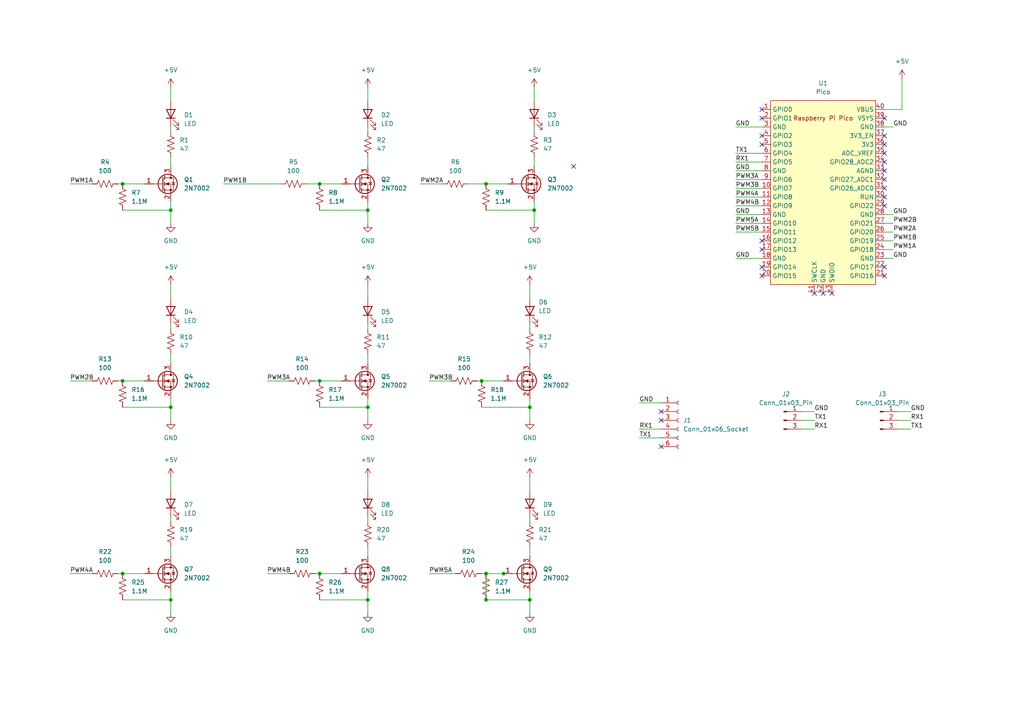
<source format=kicad_sch>
(kicad_sch (version 20230121) (generator eeschema)
  (paper "A4")
  (lib_symbols
    (symbol "Connector:Conn_01x03_Pin" (pin_names (offset 1.016) hide)
      (property "Reference" "J" (at 0 5.08 0))
      (property "Value" "Conn_01x03_Pin" (at 0 -5.08 0))
      (symbol "Conn_01x03_Pin_1_1"
        (polyline (pts (xy 1.27 -2.54) (xy 0.8636 -2.54)) (stroke (width 0.1524)))
        (polyline (pts (xy 1.27 0) (xy 0.8636 0)) (stroke (width 0.1524)))
        (polyline (pts (xy 1.27 2.54) (xy 0.8636 2.54)) (stroke (width 0.1524)))
        (rectangle (start 0.8636 -2.413) (end 0 -2.667) (stroke (width 0.1524)) (fill (type outline)))
        (rectangle (start 0.8636 0.127) (end 0 -0.127) (stroke (width 0.1524)) (fill (type outline)))
        (rectangle (start 0.8636 2.667) (end 0 2.413) (stroke (width 0.1524)) (fill (type outline)))
        (pin passive line (at 5.08 2.54 180) (length 3.81) (name "Pin_1") (number "1"))
        (pin passive line (at 5.08 0 180) (length 3.81) (name "Pin_2") (number "2"))
        (pin passive line (at 5.08 -2.54 180) (length 3.81) (name "Pin_3") (number "3"))
      )
    )
    (symbol "Connector:Conn_01x06_Socket" (pin_names (offset 1.016) hide)
      (property "Reference" "J" (at 0 7.62 0))
      (property "Value" "Conn_01x06_Socket" (at 0 -10.16 0))
      (symbol "Conn_01x06_Socket_1_1"
        (arc (start 0 -7.112) (mid -0.5058 -7.62) (end 0 -8.128) (stroke (width 0.1524)))
        (arc (start 0 -4.572) (mid -0.5058 -5.08) (end 0 -5.588) (stroke (width 0.1524)))
        (arc (start 0 -2.032) (mid -0.5058 -2.54) (end 0 -3.048) (stroke (width 0.1524)))
        (polyline (pts (xy -1.27 -7.62) (xy -0.508 -7.62)) (stroke (width 0.1524)))
        (polyline (pts (xy -1.27 -5.08) (xy -0.508 -5.08)) (stroke (width 0.1524)))
        (polyline (pts (xy -1.27 -2.54) (xy -0.508 -2.54)) (stroke (width 0.1524)))
        (polyline (pts (xy -1.27 0) (xy -0.508 0)) (stroke (width 0.1524)))
        (polyline (pts (xy -1.27 2.54) (xy -0.508 2.54)) (stroke (width 0.1524)))
        (polyline (pts (xy -1.27 5.08) (xy -0.508 5.08)) (stroke (width 0.1524)))
        (arc (start 0 0.508) (mid -0.5058 0) (end 0 -0.508) (stroke (width 0.1524)))
        (arc (start 0 3.048) (mid -0.5058 2.54) (end 0 2.032) (stroke (width 0.1524)))
        (arc (start 0 5.588) (mid -0.5058 5.08) (end 0 4.572) (stroke (width 0.1524)))
        (pin passive line (at -5.08 5.08 0) (length 3.81) (name "Pin_1") (number "1"))
        (pin passive line (at -5.08 2.54 0) (length 3.81) (name "Pin_2") (number "2"))
        (pin passive line (at -5.08 0 0) (length 3.81) (name "Pin_3") (number "3"))
        (pin passive line (at -5.08 -2.54 0) (length 3.81) (name "Pin_4") (number "4"))
        (pin passive line (at -5.08 -5.08 0) (length 3.81) (name "Pin_5") (number "5"))
        (pin passive line (at -5.08 -7.62 0) (length 3.81) (name "Pin_6") (number "6"))
      )
    )
    (symbol "Device:LED" (pin_numbers hide) (pin_names (offset 1.016) hide)
      (property "Reference" "D" (at 0 2.54 0))
      (property "Value" "LED" (at 0 -2.54 0))
      (symbol "LED_0_1"
        (polyline (pts (xy -1.27 -1.27) (xy -1.27 1.27)) (stroke (width 0.254)))
        (polyline (pts (xy -1.27 0) (xy 1.27 0)))
        (polyline (pts (xy 1.27 -1.27) (xy 1.27 1.27) (xy -1.27 0) (xy 1.27 -1.27)) (stroke (width 0.254)))
        (polyline (pts (xy -3.048 -0.762) (xy -4.572 -2.286) (xy -3.81 -2.286) (xy -4.572 -2.286) (xy -4.572 -1.524)))
        (polyline (pts (xy -1.778 -0.762) (xy -3.302 -2.286) (xy -2.54 -2.286) (xy -3.302 -2.286) (xy -3.302 -1.524)))
      )
      (symbol "LED_1_1"
        (pin passive line (at -3.81 0 0) (length 2.54) (name "K") (number "1"))
        (pin passive line (at 3.81 0 180) (length 2.54) (name "A") (number "2"))
      )
    )
    (symbol "Device:R_US" (pin_numbers hide) (pin_names (offset 0))
      (property "Reference" "R" (at 2.54 0 90))
      (property "Value" "R_US" (at -2.54 0 90))
      (symbol "R_US_0_1"
        (polyline (pts (xy 0 -2.286) (xy 0 -2.54)))
        (polyline (pts (xy 0 2.286) (xy 0 2.54)))
        (polyline (pts (xy 0 -0.762) (xy 1.016 -1.143) (xy 0 -1.524) (xy -1.016 -1.905) (xy 0 -2.286)))
        (polyline (pts (xy 0 0.762) (xy 1.016 0.381) (xy 0 0) (xy -1.016 -0.381) (xy 0 -0.762)))
        (polyline (pts (xy 0 2.286) (xy 1.016 1.905) (xy 0 1.524) (xy -1.016 1.143) (xy 0 0.762)))
      )
      (symbol "R_US_1_1"
        (pin passive line (at 0 3.81 270) (length 1.27) (name "~") (number "1"))
        (pin passive line (at 0 -3.81 90) (length 1.27) (name "~") (number "2"))
      )
    )
    (symbol "MCU_RaspberryPi_and_Boards:Pico"
      (property "Reference" "U" (at -13.97 27.94 0))
      (property "Value" "Pico" (at 0 19.05 0))
      (symbol "Pico_0_0"
        (text "Raspberry Pi Pico" (at 0 21.59 0) (effects (font (size 1.27 1.27))))
      )
      (symbol "Pico_0_1"
        (rectangle (start -15.24 26.67) (end 15.24 -26.67) (fill (type background)))
      )
      (symbol "Pico_1_1"
        (pin bidirectional line (at -17.78 24.13 0) (length 2.54) (name "GPIO0") (number "1"))
        (pin bidirectional line (at -17.78 1.27 0) (length 2.54) (name "GPIO7") (number "10"))
        (pin bidirectional line (at -17.78 -1.27 0) (length 2.54) (name "GPIO8") (number "11"))
        (pin bidirectional line (at -17.78 -3.81 0) (length 2.54) (name "GPIO9") (number "12"))
        (pin power_in line (at -17.78 -6.35 0) (length 2.54) (name "GND") (number "13"))
        (pin bidirectional line (at -17.78 -8.89 0) (length 2.54) (name "GPIO10") (number "14"))
        (pin bidirectional line (at -17.78 -11.43 0) (length 2.54) (name "GPIO11") (number "15"))
        (pin bidirectional line (at -17.78 -13.97 0) (length 2.54) (name "GPIO12") (number "16"))
        (pin bidirectional line (at -17.78 -16.51 0) (length 2.54) (name "GPIO13") (number "17"))
        (pin power_in line (at -17.78 -19.05 0) (length 2.54) (name "GND") (number "18"))
        (pin bidirectional line (at -17.78 -21.59 0) (length 2.54) (name "GPIO14") (number "19"))
        (pin bidirectional line (at -17.78 21.59 0) (length 2.54) (name "GPIO1") (number "2"))
        (pin bidirectional line (at -17.78 -24.13 0) (length 2.54) (name "GPIO15") (number "20"))
        (pin bidirectional line (at 17.78 -24.13 180) (length 2.54) (name "GPIO16") (number "21"))
        (pin bidirectional line (at 17.78 -21.59 180) (length 2.54) (name "GPIO17") (number "22"))
        (pin power_in line (at 17.78 -19.05 180) (length 2.54) (name "GND") (number "23"))
        (pin bidirectional line (at 17.78 -16.51 180) (length 2.54) (name "GPIO18") (number "24"))
        (pin bidirectional line (at 17.78 -13.97 180) (length 2.54) (name "GPIO19") (number "25"))
        (pin bidirectional line (at 17.78 -11.43 180) (length 2.54) (name "GPIO20") (number "26"))
        (pin bidirectional line (at 17.78 -8.89 180) (length 2.54) (name "GPIO21") (number "27"))
        (pin power_in line (at 17.78 -6.35 180) (length 2.54) (name "GND") (number "28"))
        (pin bidirectional line (at 17.78 -3.81 180) (length 2.54) (name "GPIO22") (number "29"))
        (pin power_in line (at -17.78 19.05 0) (length 2.54) (name "GND") (number "3"))
        (pin input line (at 17.78 -1.27 180) (length 2.54) (name "RUN") (number "30"))
        (pin bidirectional line (at 17.78 1.27 180) (length 2.54) (name "GPIO26_ADC0") (number "31"))
        (pin bidirectional line (at 17.78 3.81 180) (length 2.54) (name "GPIO27_ADC1") (number "32"))
        (pin power_in line (at 17.78 6.35 180) (length 2.54) (name "AGND") (number "33"))
        (pin bidirectional line (at 17.78 8.89 180) (length 2.54) (name "GPIO28_ADC2") (number "34"))
        (pin power_in line (at 17.78 11.43 180) (length 2.54) (name "ADC_VREF") (number "35"))
        (pin power_in line (at 17.78 13.97 180) (length 2.54) (name "3V3") (number "36"))
        (pin input line (at 17.78 16.51 180) (length 2.54) (name "3V3_EN") (number "37"))
        (pin bidirectional line (at 17.78 19.05 180) (length 2.54) (name "GND") (number "38"))
        (pin power_in line (at 17.78 21.59 180) (length 2.54) (name "VSYS") (number "39"))
        (pin bidirectional line (at -17.78 16.51 0) (length 2.54) (name "GPIO2") (number "4"))
        (pin power_in line (at 17.78 24.13 180) (length 2.54) (name "VBUS") (number "40"))
        (pin input line (at -2.54 -29.21 90) (length 2.54) (name "SWCLK") (number "41"))
        (pin power_in line (at 0 -29.21 90) (length 2.54) (name "GND") (number "42"))
        (pin bidirectional line (at 2.54 -29.21 90) (length 2.54) (name "SWDIO") (number "43"))
        (pin bidirectional line (at -17.78 13.97 0) (length 2.54) (name "GPIO3") (number "5"))
        (pin bidirectional line (at -17.78 11.43 0) (length 2.54) (name "GPIO4") (number "6"))
        (pin bidirectional line (at -17.78 8.89 0) (length 2.54) (name "GPIO5") (number "7"))
        (pin power_in line (at -17.78 6.35 0) (length 2.54) (name "GND") (number "8"))
        (pin bidirectional line (at -17.78 3.81 0) (length 2.54) (name "GPIO6") (number "9"))
      )
    )
    (symbol "Transistor_FET:2N7002" (pin_names hide)
      (property "Reference" "Q" (at 5.08 1.905 0))
      (property "Value" "2N7002" (at 5.08 0 0))
      (symbol "2N7002_0_1"
        (polyline (pts (xy 0.254 0) (xy -2.54 0)))
        (polyline (pts (xy 0.254 1.905) (xy 0.254 -1.905)) (stroke (width 0.254)))
        (polyline (pts (xy 0.762 -1.27) (xy 0.762 -2.286)) (stroke (width 0.254)))
        (polyline (pts (xy 0.762 0.508) (xy 0.762 -0.508)) (stroke (width 0.254)))
        (polyline (pts (xy 0.762 2.286) (xy 0.762 1.27)) (stroke (width 0.254)))
        (polyline (pts (xy 2.54 2.54) (xy 2.54 1.778)))
        (polyline (pts (xy 2.54 -2.54) (xy 2.54 0) (xy 0.762 0)))
        (polyline (pts (xy 0.762 -1.778) (xy 3.302 -1.778) (xy 3.302 1.778) (xy 0.762 1.778)))
        (polyline (pts (xy 1.016 0) (xy 2.032 0.381) (xy 2.032 -0.381) (xy 1.016 0)) (fill (type outline)))
        (polyline (pts (xy 2.794 0.508) (xy 2.921 0.381) (xy 3.683 0.381) (xy 3.81 0.254)))
        (polyline (pts (xy 3.302 0.381) (xy 2.921 -0.254) (xy 3.683 -0.254) (xy 3.302 0.381)))
        (circle (center 1.651 0) (radius 2.794) (stroke (width 0.254)))
        (circle (center 2.54 -1.778) (radius 0.254) (fill (type outline)))
        (circle (center 2.54 1.778) (radius 0.254) (fill (type outline)))
      )
      (symbol "2N7002_1_1"
        (pin input line (at -5.08 0 0) (length 2.54) (name "G") (number "1"))
        (pin passive line (at 2.54 -5.08 90) (length 2.54) (name "S") (number "2"))
        (pin passive line (at 2.54 5.08 270) (length 2.54) (name "D") (number "3"))
      )
    )
    (symbol "power:+5V" (power) (pin_names (offset 0))
      (property "Value" "+5V" (at 0 3.556 0))
      (symbol "+5V_0_1"
        (polyline (pts (xy -0.762 1.27) (xy 0 2.54)))
        (polyline (pts (xy 0 0) (xy 0 2.54)))
        (polyline (pts (xy 0 2.54) (xy 0.762 1.27)))
      )
      (symbol "+5V_1_1"
        (pin power_in line (at 0 0 90) (length 0) hide (name "+5V") (number "1"))
      )
    )
    (symbol "power:GND" (power) (pin_names (offset 0))
      (property "Value" "GND" (at 0 -3.81 0))
      (symbol "GND_0_1"
        (polyline (pts (xy 0 0) (xy 0 -1.27) (xy 1.27 -1.27) (xy 0 -2.54) (xy -1.27 -1.27) (xy 0 -1.27)))
      )
      (symbol "GND_1_1"
        (pin power_in line (at 0 0 270) (length 0) hide (name "GND") (number "1"))
      )
    )
  )
  (junction (at 92.71 53.34))
  (junction (at 140.97 166.37))
  (junction (at 49.53 60.96))
  (junction (at 106.68 118.11))
  (junction (at 139.7 110.49))
  (junction (at 153.67 118.11))
  (junction (at 35.56 166.37))
  (junction (at 92.71 110.49))
  (junction (at 49.53 118.11))
  (junction (at 153.67 173.99))
  (junction (at 140.97 53.34))
  (junction (at 106.68 60.96))
  (junction (at 35.56 53.34))
  (junction (at 49.53 173.99))
  (junction (at 146.05 166.37))
  (junction (at 154.94 60.96))
  (junction (at 106.68 173.99))
  (junction (at 35.56 110.49))
  (junction (at 92.71 166.37))
  (junction (at 140.97 173.99))
  (no_connect (at 256.54 52.07))
  (no_connect (at 256.54 41.91))
  (no_connect (at 322.58 83.82))
  (no_connect (at 256.54 80.01))
  (no_connect (at 256.54 46.99))
  (no_connect (at 238.76 85.09))
  (no_connect (at 191.77 129.54))
  (no_connect (at 220.98 77.47))
  (no_connect (at 220.98 34.29))
  (no_connect (at 220.98 72.39))
  (no_connect (at 236.22 85.09))
  (no_connect (at 256.54 57.15))
  (no_connect (at 220.98 41.91))
  (no_connect (at 256.54 39.37))
  (no_connect (at 220.98 69.85))
  (no_connect (at 220.98 80.01))
  (no_connect (at 191.77 121.92))
  (no_connect (at 220.98 31.75))
  (no_connect (at 256.54 44.45))
  (no_connect (at 256.54 77.47))
  (no_connect (at 256.54 54.61))
  (no_connect (at 166.37 48.26))
  (no_connect (at 256.54 34.29))
  (no_connect (at 241.3 85.09))
  (no_connect (at 220.98 39.37))
  (no_connect (at 256.54 49.53))
  (no_connect (at 191.77 119.38))
  (no_connect (at 256.54 59.69))
  (wire (pts (xy 154.94 58.42) (xy 154.94 60.96)))
  (wire (pts (xy 106.68 115.57) (xy 106.68 118.11)))
  (wire (pts (xy 92.71 60.96) (xy 106.68 60.96)))
  (wire (pts (xy 49.53 118.11) (xy 49.53 121.92)))
  (wire (pts (xy 260.35 121.92) (xy 264.16 121.92)))
  (wire (pts (xy 153.67 82.55) (xy 153.67 86.36)))
  (wire (pts (xy 153.67 118.11) (xy 153.67 121.92)))
  (wire (pts (xy 35.56 166.37) (xy 41.91 166.37)))
  (wire (pts (xy 153.67 102.87) (xy 153.67 105.41)))
  (wire (pts (xy 153.67 149.86) (xy 153.67 151.13)))
  (wire (pts (xy 121.92 53.34) (xy 128.27 53.34)))
  (wire (pts (xy 232.41 121.92) (xy 236.22 121.92)))
  (wire (pts (xy 49.53 58.42) (xy 49.53 60.96)))
  (wire (pts (xy 49.53 60.96) (xy 49.53 64.77)))
  (wire (pts (xy 49.53 36.83) (xy 49.53 38.1)))
  (wire (pts (xy 154.94 36.83) (xy 154.94 38.1)))
  (wire (pts (xy 153.67 173.99) (xy 153.67 177.8)))
  (wire (pts (xy 213.36 57.15) (xy 220.98 57.15)))
  (wire (pts (xy 213.36 46.99) (xy 220.98 46.99)))
  (wire (pts (xy 213.36 64.77) (xy 220.98 64.77)))
  (wire (pts (xy 34.29 110.49) (xy 35.56 110.49)))
  (wire (pts (xy 106.68 25.4) (xy 106.68 29.21)))
  (wire (pts (xy 92.71 173.99) (xy 106.68 173.99)))
  (wire (pts (xy 140.97 173.99) (xy 153.67 173.99)))
  (wire (pts (xy 106.68 173.99) (xy 106.68 177.8)))
  (wire (pts (xy 154.94 25.4) (xy 154.94 29.21)))
  (wire (pts (xy 135.89 53.34) (xy 140.97 53.34)))
  (wire (pts (xy 106.68 102.87) (xy 106.68 105.41)))
  (wire (pts (xy 147.32 166.37) (xy 146.05 166.37)))
  (wire (pts (xy 154.94 45.72) (xy 154.94 48.26)))
  (wire (pts (xy 92.71 110.49) (xy 99.06 110.49)))
  (wire (pts (xy 49.53 138.43) (xy 49.53 142.24)))
  (wire (pts (xy 92.71 166.37) (xy 99.06 166.37)))
  (wire (pts (xy 106.68 158.75) (xy 106.68 161.29)))
  (wire (pts (xy 140.97 60.96) (xy 154.94 60.96)))
  (wire (pts (xy 20.32 53.34) (xy 26.67 53.34)))
  (wire (pts (xy 213.36 44.45) (xy 220.98 44.45)))
  (wire (pts (xy 34.29 166.37) (xy 35.56 166.37)))
  (wire (pts (xy 256.54 64.77) (xy 259.08 64.77)))
  (wire (pts (xy 124.46 166.37) (xy 132.08 166.37)))
  (wire (pts (xy 106.68 45.72) (xy 106.68 48.26)))
  (wire (pts (xy 256.54 62.23) (xy 259.08 62.23)))
  (wire (pts (xy 49.53 171.45) (xy 49.53 173.99)))
  (wire (pts (xy 34.29 53.34) (xy 35.56 53.34)))
  (wire (pts (xy 153.67 138.43) (xy 153.67 142.24)))
  (wire (pts (xy 213.36 67.31) (xy 220.98 67.31)))
  (wire (pts (xy 153.67 115.57) (xy 153.67 118.11)))
  (wire (pts (xy 106.68 36.83) (xy 106.68 38.1)))
  (wire (pts (xy 232.41 119.38) (xy 236.22 119.38)))
  (wire (pts (xy 91.44 166.37) (xy 92.71 166.37)))
  (wire (pts (xy 139.7 166.37) (xy 140.97 166.37)))
  (wire (pts (xy 106.68 118.11) (xy 106.68 121.92)))
  (wire (pts (xy 49.53 158.75) (xy 49.53 161.29)))
  (wire (pts (xy 140.97 173.99) (xy 140.97 166.37)))
  (wire (pts (xy 35.56 173.99) (xy 49.53 173.99)))
  (wire (pts (xy 213.36 49.53) (xy 220.98 49.53)))
  (wire (pts (xy 153.67 158.75) (xy 153.67 161.29)))
  (wire (pts (xy 35.56 118.11) (xy 49.53 118.11)))
  (wire (pts (xy 106.68 82.55) (xy 106.68 86.36)))
  (wire (pts (xy 88.9 53.34) (xy 92.71 53.34)))
  (wire (pts (xy 49.53 149.86) (xy 49.53 151.13)))
  (wire (pts (xy 124.46 110.49) (xy 130.81 110.49)))
  (wire (pts (xy 232.41 124.46) (xy 236.22 124.46)))
  (wire (pts (xy 153.67 93.98) (xy 153.67 95.25)))
  (wire (pts (xy 256.54 36.83) (xy 259.08 36.83)))
  (wire (pts (xy 106.68 149.86) (xy 106.68 151.13)))
  (wire (pts (xy 213.36 54.61) (xy 220.98 54.61)))
  (wire (pts (xy 106.68 138.43) (xy 106.68 142.24)))
  (wire (pts (xy 154.94 60.96) (xy 154.94 64.77)))
  (wire (pts (xy 49.53 173.99) (xy 49.53 177.8)))
  (wire (pts (xy 106.68 60.96) (xy 106.68 64.77)))
  (wire (pts (xy 20.32 110.49) (xy 26.67 110.49)))
  (wire (pts (xy 260.35 119.38) (xy 264.16 119.38)))
  (wire (pts (xy 138.43 110.49) (xy 139.7 110.49)))
  (wire (pts (xy 64.77 53.34) (xy 81.28 53.34)))
  (wire (pts (xy 213.36 36.83) (xy 220.98 36.83)))
  (wire (pts (xy 49.53 25.4) (xy 49.53 29.21)))
  (wire (pts (xy 49.53 115.57) (xy 49.53 118.11)))
  (wire (pts (xy 213.36 59.69) (xy 220.98 59.69)))
  (wire (pts (xy 92.71 53.34) (xy 99.06 53.34)))
  (wire (pts (xy 220.98 74.93) (xy 213.36 74.93)))
  (wire (pts (xy 20.32 166.37) (xy 26.67 166.37)))
  (wire (pts (xy 49.53 102.87) (xy 49.53 105.41)))
  (wire (pts (xy 106.68 93.98) (xy 106.68 95.25)))
  (wire (pts (xy 139.7 118.11) (xy 153.67 118.11)))
  (wire (pts (xy 185.42 124.46) (xy 191.77 124.46)))
  (wire (pts (xy 256.54 67.31) (xy 259.08 67.31)))
  (wire (pts (xy 256.54 69.85) (xy 259.08 69.85)))
  (wire (pts (xy 106.68 171.45) (xy 106.68 173.99)))
  (wire (pts (xy 185.42 116.84) (xy 191.77 116.84)))
  (wire (pts (xy 185.42 127) (xy 191.77 127)))
  (wire (pts (xy 260.35 124.46) (xy 264.16 124.46)))
  (wire (pts (xy 77.47 110.49) (xy 83.82 110.49)))
  (wire (pts (xy 49.53 93.98) (xy 49.53 95.25)))
  (wire (pts (xy 91.44 110.49) (xy 92.71 110.49)))
  (wire (pts (xy 213.36 62.23) (xy 220.98 62.23)))
  (wire (pts (xy 49.53 82.55) (xy 49.53 86.36)))
  (wire (pts (xy 153.67 171.45) (xy 153.67 173.99)))
  (wire (pts (xy 106.68 58.42) (xy 106.68 60.96)))
  (wire (pts (xy 256.54 72.39) (xy 259.08 72.39)))
  (wire (pts (xy 256.54 74.93) (xy 259.08 74.93)))
  (wire (pts (xy 35.56 60.96) (xy 49.53 60.96)))
  (wire (pts (xy 140.97 53.34) (xy 147.32 53.34)))
  (wire (pts (xy 256.54 31.75) (xy 261.62 31.75)))
  (wire (pts (xy 35.56 53.34) (xy 41.91 53.34)))
  (wire (pts (xy 92.71 118.11) (xy 106.68 118.11)))
  (wire (pts (xy 213.36 52.07) (xy 220.98 52.07)))
  (wire (pts (xy 146.05 166.37) (xy 140.97 166.37)))
  (wire (pts (xy 49.53 45.72) (xy 49.53 48.26)))
  (wire (pts (xy 77.47 166.37) (xy 83.82 166.37)))
  (wire (pts (xy 261.62 22.86) (xy 261.62 31.75)))
  (wire (pts (xy 139.7 110.49) (xy 146.05 110.49)))
  (wire (pts (xy 35.56 110.49) (xy 41.91 110.49)))
  (label "GND" (at 264.16 119.38 0))
  (label "TX1" (at 185.42 127 0))
  (label "PWM3B" (at 124.46 110.49 0))
  (label "RX1" (at 185.42 124.46 0))
  (label "PWM4B" (at 77.47 166.37 0))
  (label "PWM4A" (at 20.32 166.37 0))
  (label "PWM2B" (at 20.32 110.49 0))
  (label "PWM2A" (at 121.92 53.34 0))
  (label "PWM5B" (at 213.36 67.31 0))
  (label "PWM1B" (at 259.08 69.85 0))
  (label "RX1" (at 264.16 121.92 0))
  (label "GND" (at 213.36 36.83 0))
  (label "PWM4A" (at 213.36 57.15 0))
  (label "PWM2A" (at 259.08 67.31 0))
  (label "PWM3A" (at 77.47 110.49 0))
  (label "PWM5A" (at 213.36 64.77 0))
  (label "GND" (at 259.08 62.23 0))
  (label "PWM1A" (at 259.08 72.39 0))
  (label "GND" (at 259.08 74.93 0))
  (label "GND" (at 236.22 119.38 0))
  (label "GND" (at 213.36 74.93 0))
  (label "GND" (at 213.36 62.23 0))
  (label "PWM3B" (at 213.36 54.61 0))
  (label "PWM4B" (at 213.36 59.69 0))
  (label "PWM1A" (at 20.32 53.34 0))
  (label "RX1" (at 236.22 124.46 0))
  (label "GND" (at 259.08 36.83 0))
  (label "PWM1B" (at 64.77 53.34 0))
  (label "GND" (at 185.42 116.84 0))
  (label "PWM2B" (at 259.08 64.77 0))
  (label "GND" (at 213.36 49.53 0))
  (label "TX1" (at 264.16 124.46 0))
  (label "TX1" (at 236.22 121.92 0))
  (label "TX1" (at 213.36 44.45 0))
  (label "PWM5A" (at 124.46 166.37 0))
  (label "RX1" (at 213.36 46.99 0))
  (label "PWM3A" (at 213.36 52.07 0))
  (symbol (lib_id "Device:R_US") (at 139.7 114.3 0) (unit 1)
    (property "Reference" "R18" (at 142.24 113.03 0) (effects (justify left)))
    (property "Value" "1.1M" (at 142.24 115.57 0) (effects (justify left)))
    (property "Footprint" "Resistor_SMD:R_0603_1608Metric" (effects hide))
  )
  (symbol (lib_id "Device:LED") (at 153.67 90.17 90) (unit 1)
    (property "Reference" "D6" (at 156.21 87.63 90) (effects (justify right)))
    (property "Value" "LED" (at 156.21 90.17 90) (effects (justify right)))
    (property "Footprint" "LED_SMD:LED_0805_2012Metric" (effects hide))
  )
  (symbol (lib_id "power:+5V") (at 106.68 138.43 0) (unit 1)
    (property "Reference" "#PWR015" (effects hide))
    (property "Value" "+5V" (at 106.68 133.35 0))
  )
  (symbol (lib_id "Device:R_US") (at 49.53 154.94 0) (unit 1)
    (property "Reference" "R19" (at 52.07 153.67 0) (effects (justify left)))
    (property "Value" "47" (at 52.07 156.21 0) (effects (justify left)))
    (property "Footprint" "Resistor_SMD:R_0603_1608Metric" (effects hide))
  )
  (symbol (lib_id "Device:LED") (at 49.53 90.17 90) (unit 1)
    (property "Reference" "D4" (at 53.34 90.4875 90) (effects (justify right)))
    (property "Value" "LED" (at 53.34 93.0275 90) (effects (justify right)))
    (property "Footprint" "LED_SMD:LED_0805_2012Metric" (effects hide))
  )
  (symbol (lib_id "Device:LED") (at 106.68 90.17 90) (unit 1)
    (property "Reference" "D5" (at 110.49 90.4875 90) (effects (justify right)))
    (property "Value" "LED" (at 110.49 93.0275 90) (effects (justify right)))
    (property "Footprint" "LED_SMD:LED_0805_2012Metric" (effects hide))
  )
  (symbol (lib_id "power:+5V") (at 49.53 25.4 0) (unit 1)
    (property "Reference" "#PWR02" (effects hide))
    (property "Value" "+5V" (at 49.53 20.32 0))
  )
  (symbol (lib_id "Device:LED") (at 49.53 146.05 90) (unit 1)
    (property "Reference" "D7" (at 53.34 146.3675 90) (effects (justify right)))
    (property "Value" "LED" (at 53.34 148.9075 90) (effects (justify right)))
    (property "Footprint" "LED_SMD:LED_0805_2012Metric" (effects hide))
  )
  (symbol (lib_id "Device:R_US") (at 35.56 57.15 0) (unit 1)
    (property "Reference" "R7" (at 38.1 55.88 0) (effects (justify left)))
    (property "Value" "1.1M" (at 38.1 58.42 0) (effects (justify left)))
    (property "Footprint" "Resistor_SMD:R_0603_1608Metric" (effects hide))
  )
  (symbol (lib_id "Connector:Conn_01x03_Pin") (at 227.33 121.92 0) (unit 1)
    (property "Reference" "J2" (at 227.965 114.3 0))
    (property "Value" "Conn_01x03_Pin" (at 227.965 116.84 0))
    (property "Footprint" "Connector_PinHeader_2.54mm:PinHeader_1x03_P2.54mm_Vertical" (effects hide))
  )
  (symbol (lib_id "power:GND") (at 153.67 121.92 0) (unit 1)
    (property "Reference" "#PWR013" (effects hide))
    (property "Value" "GND" (at 153.67 127 0))
  )
  (symbol (lib_id "Device:R_US") (at 140.97 57.15 0) (unit 1)
    (property "Reference" "R9" (at 143.51 55.88 0) (effects (justify left)))
    (property "Value" "1.1M" (at 143.51 58.42 0) (effects (justify left)))
    (property "Footprint" "Resistor_SMD:R_0603_1608Metric" (effects hide))
  )
  (symbol (lib_id "Device:R_US") (at 87.63 110.49 90) (unit 1)
    (property "Reference" "R14" (at 87.63 104.14 90))
    (property "Value" "100" (at 87.63 106.68 90))
    (property "Footprint" "Resistor_SMD:R_0603_1608Metric" (effects hide))
  )
  (symbol (lib_id "Device:R_US") (at 106.68 154.94 0) (unit 1)
    (property "Reference" "R20" (at 109.22 153.67 0) (effects (justify left)))
    (property "Value" "47" (at 109.22 156.21 0) (effects (justify left)))
    (property "Footprint" "Resistor_SMD:R_0603_1608Metric" (effects hide))
  )
  (symbol (lib_id "Device:R_US") (at 154.94 41.91 0) (unit 1)
    (property "Reference" "R3" (at 157.48 40.64 0) (effects (justify left)))
    (property "Value" "47" (at 157.48 43.18 0) (effects (justify left)))
    (property "Footprint" "Resistor_SMD:R_0603_1608Metric" (effects hide))
  )
  (symbol (lib_id "Device:R_US") (at 92.71 57.15 0) (unit 1)
    (property "Reference" "R8" (at 95.25 55.88 0) (effects (justify left)))
    (property "Value" "1.1M" (at 95.25 58.42 0) (effects (justify left)))
    (property "Footprint" "Resistor_SMD:R_0603_1608Metric" (effects hide))
  )
  (symbol (lib_id "Device:R_US") (at 153.67 154.94 0) (unit 1)
    (property "Reference" "R21" (at 156.21 153.67 0) (effects (justify left)))
    (property "Value" "47" (at 156.21 156.21 0) (effects (justify left)))
    (property "Footprint" "Resistor_SMD:R_0603_1608Metric" (effects hide))
  )
  (symbol (lib_id "Device:R_US") (at 30.48 53.34 90) (unit 1)
    (property "Reference" "R4" (at 30.48 46.99 90))
    (property "Value" "100" (at 30.48 49.53 90))
    (property "Footprint" "Resistor_SMD:R_0603_1608Metric" (effects hide))
  )
  (symbol (lib_id "power:+5V") (at 261.62 22.86 0) (unit 1)
    (property "Reference" "#PWR01" (effects hide))
    (property "Value" "+5V" (at 261.62 17.78 0))
  )
  (symbol (lib_id "Device:R_US") (at 30.48 166.37 90) (unit 1)
    (property "Reference" "R22" (at 30.48 160.02 90))
    (property "Value" "100" (at 30.48 162.56 90))
    (property "Footprint" "Resistor_SMD:R_0603_1608Metric" (effects hide))
  )
  (symbol (lib_id "power:GND") (at 49.53 64.77 0) (unit 1)
    (property "Reference" "#PWR05" (effects hide))
    (property "Value" "GND" (at 49.53 69.85 0))
  )
  (symbol (lib_id "Device:R_US") (at 106.68 41.91 0) (unit 1)
    (property "Reference" "R2" (at 109.22 40.64 0) (effects (justify left)))
    (property "Value" "47" (at 109.22 43.18 0) (effects (justify left)))
    (property "Footprint" "Resistor_SMD:R_0603_1608Metric" (effects hide))
  )
  (symbol (lib_id "power:+5V") (at 153.67 138.43 0) (unit 1)
    (property "Reference" "#PWR016" (effects hide))
    (property "Value" "+5V" (at 153.67 133.35 0))
  )
  (symbol (lib_id "Device:R_US") (at 134.62 110.49 90) (unit 1)
    (property "Reference" "R15" (at 134.62 104.14 90))
    (property "Value" "100" (at 134.62 106.68 90))
    (property "Footprint" "Resistor_SMD:R_0603_1608Metric" (effects hide))
  )
  (symbol (lib_id "Device:LED") (at 153.67 146.05 90) (unit 1)
    (property "Reference" "D9" (at 157.48 146.3675 90) (effects (justify right)))
    (property "Value" "LED" (at 157.48 148.9075 90) (effects (justify right)))
    (property "Footprint" "LED_SMD:LED_0805_2012Metric" (effects hide))
  )
  (symbol (lib_id "power:+5V") (at 106.68 25.4 0) (unit 1)
    (property "Reference" "#PWR03" (effects hide))
    (property "Value" "+5V" (at 106.68 20.32 0))
  )
  (symbol (lib_id "power:+5V") (at 49.53 82.55 0) (unit 1)
    (property "Reference" "#PWR08" (effects hide))
    (property "Value" "+5V" (at 49.53 77.47 0))
  )
  (symbol (lib_id "Connector:Conn_01x03_Pin") (at 255.27 121.92 0) (unit 1)
    (property "Reference" "J3" (at 255.905 114.3 0))
    (property "Value" "Conn_01x03_Pin" (at 255.905 116.84 0))
    (property "Footprint" "Connector_PinHeader_2.54mm:PinHeader_1x03_P2.54mm_Vertical" (effects hide))
  )
  (symbol (lib_id "Transistor_FET:2N7002") (at 104.14 110.49 0) (unit 1)
    (property "Reference" "Q5" (at 110.49 109.22 0) (effects (justify left)))
    (property "Value" "2N7002" (at 110.49 111.76 0) (effects (justify left)))
    (property "Footprint" "Package_TO_SOT_SMD:SOT-23" (effects hide))
    (property "Datasheet" "https://www.onsemi.com/pub/Collateral/NDS7002A-D.PDF" (effects hide))
  )
  (symbol (lib_id "power:GND") (at 106.68 121.92 0) (unit 1)
    (property "Reference" "#PWR012" (effects hide))
    (property "Value" "GND" (at 106.68 127 0))
  )
  (symbol (lib_id "Device:R_US") (at 140.97 170.18 0) (unit 1)
    (property "Reference" "R27" (at 143.51 168.91 0) (effects (justify left)))
    (property "Value" "1.1M" (at 143.51 171.45 0) (effects (justify left)))
    (property "Footprint" "Resistor_SMD:R_0603_1608Metric" (effects hide))
  )
  (symbol (lib_id "power:GND") (at 49.53 121.92 0) (unit 1)
    (property "Reference" "#PWR011" (effects hide))
    (property "Value" "GND" (at 49.53 127 0))
  )
  (symbol (lib_id "Device:R_US") (at 30.48 110.49 90) (unit 1)
    (property "Reference" "R13" (at 30.48 104.14 90))
    (property "Value" "100" (at 30.48 106.68 90))
    (property "Footprint" "Resistor_SMD:R_0603_1608Metric" (effects hide))
  )
  (symbol (lib_id "Device:R_US") (at 35.56 170.18 0) (unit 1)
    (property "Reference" "R25" (at 38.1 168.91 0) (effects (justify left)))
    (property "Value" "1.1M" (at 38.1 171.45 0) (effects (justify left)))
    (property "Footprint" "Resistor_SMD:R_0603_1608Metric" (effects hide))
  )
  (symbol (lib_id "Transistor_FET:2N7002") (at 46.99 166.37 0) (unit 1)
    (property "Reference" "Q7" (at 53.34 165.1 0) (effects (justify left)))
    (property "Value" "2N7002" (at 53.34 167.64 0) (effects (justify left)))
    (property "Footprint" "Package_TO_SOT_SMD:SOT-23" (effects hide))
    (property "Datasheet" "https://www.onsemi.com/pub/Collateral/NDS7002A-D.PDF" (effects hide))
  )
  (symbol (lib_id "Device:R_US") (at 132.08 53.34 90) (unit 1)
    (property "Reference" "R6" (at 132.08 46.99 90))
    (property "Value" "100" (at 132.08 49.53 90))
    (property "Footprint" "Resistor_SMD:R_0603_1608Metric" (effects hide))
  )
  (symbol (lib_id "Transistor_FET:2N7002") (at 104.14 53.34 0) (unit 1)
    (property "Reference" "Q2" (at 110.49 52.07 0) (effects (justify left)))
    (property "Value" "2N7002" (at 110.49 54.61 0) (effects (justify left)))
    (property "Footprint" "Package_TO_SOT_SMD:SOT-23" (effects hide))
    (property "Datasheet" "https://www.onsemi.com/pub/Collateral/NDS7002A-D.PDF" (effects hide))
  )
  (symbol (lib_id "Transistor_FET:2N7002") (at 151.13 110.49 0) (unit 1)
    (property "Reference" "Q6" (at 157.48 109.22 0) (effects (justify left)))
    (property "Value" "2N7002" (at 157.48 111.76 0) (effects (justify left)))
    (property "Footprint" "Package_TO_SOT_SMD:SOT-23" (effects hide))
    (property "Datasheet" "https://www.onsemi.com/pub/Collateral/NDS7002A-D.PDF" (effects hide))
  )
  (symbol (lib_id "power:GND") (at 106.68 64.77 0) (unit 1)
    (property "Reference" "#PWR06" (effects hide))
    (property "Value" "GND" (at 106.68 69.85 0))
  )
  (symbol (lib_id "Device:R_US") (at 49.53 99.06 0) (unit 1)
    (property "Reference" "R10" (at 52.07 97.79 0) (effects (justify left)))
    (property "Value" "47" (at 52.07 100.33 0) (effects (justify left)))
    (property "Footprint" "Resistor_SMD:R_0603_1608Metric" (effects hide))
  )
  (symbol (lib_id "power:+5V") (at 49.53 138.43 0) (unit 1)
    (property "Reference" "#PWR014" (effects hide))
    (property "Value" "+5V" (at 49.53 133.35 0))
  )
  (symbol (lib_id "Device:R_US") (at 85.09 53.34 90) (unit 1)
    (property "Reference" "R5" (at 85.09 46.99 90))
    (property "Value" "100" (at 85.09 49.53 90))
    (property "Footprint" "Resistor_SMD:R_0603_1608Metric" (effects hide))
  )
  (symbol (lib_id "Transistor_FET:2N7002") (at 46.99 53.34 0) (unit 1)
    (property "Reference" "Q1" (at 53.34 52.07 0) (effects (justify left)))
    (property "Value" "2N7002" (at 53.34 54.61 0) (effects (justify left)))
    (property "Footprint" "Package_TO_SOT_SMD:SOT-23" (effects hide))
    (property "Datasheet" "https://www.onsemi.com/pub/Collateral/NDS7002A-D.PDF" (effects hide))
  )
  (symbol (lib_id "power:+5V") (at 106.68 82.55 0) (unit 1)
    (property "Reference" "#PWR09" (effects hide))
    (property "Value" "+5V" (at 106.68 77.47 0))
  )
  (symbol (lib_id "Device:R_US") (at 153.67 99.06 0) (unit 1)
    (property "Reference" "R12" (at 156.21 97.79 0) (effects (justify left)))
    (property "Value" "47" (at 156.21 100.33 0) (effects (justify left)))
    (property "Footprint" "Resistor_SMD:R_0603_1608Metric" (effects hide))
  )
  (symbol (lib_id "power:GND") (at 154.94 64.77 0) (unit 1)
    (property "Reference" "#PWR07" (effects hide))
    (property "Value" "GND" (at 154.94 69.85 0))
  )
  (symbol (lib_id "Device:R_US") (at 106.68 99.06 0) (unit 1)
    (property "Reference" "R11" (at 109.22 97.79 0) (effects (justify left)))
    (property "Value" "47" (at 109.22 100.33 0) (effects (justify left)))
    (property "Footprint" "Resistor_SMD:R_0603_1608Metric" (effects hide))
  )
  (symbol (lib_id "Device:R_US") (at 92.71 114.3 0) (unit 1)
    (property "Reference" "R17" (at 95.25 113.03 0) (effects (justify left)))
    (property "Value" "1.1M" (at 95.25 115.57 0) (effects (justify left)))
    (property "Footprint" "Resistor_SMD:R_0603_1608Metric" (effects hide))
  )
  (symbol (lib_id "Device:LED") (at 49.53 33.02 90) (unit 1)
    (property "Reference" "D1" (at 53.34 33.3375 90) (effects (justify right)))
    (property "Value" "LED" (at 53.34 35.8775 90) (effects (justify right)))
    (property "Footprint" "LED_SMD:LED_0805_2012Metric" (effects hide))
  )
  (symbol (lib_id "power:GND") (at 153.67 177.8 0) (unit 1)
    (property "Reference" "#PWR019" (effects hide))
    (property "Value" "GND" (at 153.67 182.88 0))
  )
  (symbol (lib_id "power:GND") (at 106.68 177.8 0) (unit 1)
    (property "Reference" "#PWR018" (effects hide))
    (property "Value" "GND" (at 106.68 182.88 0))
  )
  (symbol (lib_id "Device:R_US") (at 49.53 41.91 0) (unit 1)
    (property "Reference" "R1" (at 52.07 40.64 0) (effects (justify left)))
    (property "Value" "47" (at 52.07 43.18 0) (effects (justify left)))
    (property "Footprint" "Resistor_SMD:R_0603_1608Metric" (effects hide))
  )
  (symbol (lib_id "power:GND") (at 49.53 177.8 0) (unit 1)
    (property "Reference" "#PWR017" (effects hide))
    (property "Value" "GND" (at 49.53 182.88 0))
  )
  (symbol (lib_id "Device:R_US") (at 35.56 114.3 0) (unit 1)
    (property "Reference" "R16" (at 38.1 113.03 0) (effects (justify left)))
    (property "Value" "1.1M" (at 38.1 115.57 0) (effects (justify left)))
    (property "Footprint" "Resistor_SMD:R_0603_1608Metric" (effects hide))
  )
  (symbol (lib_id "Transistor_FET:2N7002") (at 152.4 53.34 0) (unit 1)
    (property "Reference" "Q3" (at 158.75 52.07 0) (effects (justify left)))
    (property "Value" "2N7002" (at 158.75 54.61 0) (effects (justify left)))
    (property "Footprint" "Package_TO_SOT_SMD:SOT-23" (effects hide))
    (property "Datasheet" "https://www.onsemi.com/pub/Collateral/NDS7002A-D.PDF" (effects hide))
  )
  (symbol (lib_id "Transistor_FET:2N7002") (at 46.99 110.49 0) (unit 1)
    (property "Reference" "Q4" (at 53.34 109.22 0) (effects (justify left)))
    (property "Value" "2N7002" (at 53.34 111.76 0) (effects (justify left)))
    (property "Footprint" "Package_TO_SOT_SMD:SOT-23" (effects hide))
    (property "Datasheet" "https://www.onsemi.com/pub/Collateral/NDS7002A-D.PDF" (effects hide))
  )
  (symbol (lib_id "Transistor_FET:2N7002") (at 104.14 166.37 0) (unit 1)
    (property "Reference" "Q8" (at 110.49 165.1 0) (effects (justify left)))
    (property "Value" "2N7002" (at 110.49 167.64 0) (effects (justify left)))
    (property "Footprint" "Package_TO_SOT_SMD:SOT-23" (effects hide))
    (property "Datasheet" "https://www.onsemi.com/pub/Collateral/NDS7002A-D.PDF" (effects hide))
  )
  (symbol (lib_id "Device:R_US") (at 92.71 170.18 0) (unit 1)
    (property "Reference" "R26" (at 95.25 168.91 0) (effects (justify left)))
    (property "Value" "1.1M" (at 95.25 171.45 0) (effects (justify left)))
    (property "Footprint" "Resistor_SMD:R_0603_1608Metric" (effects hide))
  )
  (symbol (lib_id "Device:R_US") (at 135.89 166.37 90) (unit 1)
    (property "Reference" "R24" (at 135.89 160.02 90))
    (property "Value" "100" (at 135.89 162.56 90))
    (property "Footprint" "Resistor_SMD:R_0603_1608Metric" (effects hide))
  )
  (symbol (lib_id "Transistor_FET:2N7002") (at 151.13 166.37 0) (unit 1)
    (property "Reference" "Q9" (at 157.48 165.1 0) (effects (justify left)))
    (property "Value" "2N7002" (at 157.48 167.64 0) (effects (justify left)))
    (property "Footprint" "Package_TO_SOT_SMD:SOT-23" (effects hide))
    (property "Datasheet" "https://www.onsemi.com/pub/Collateral/NDS7002A-D.PDF" (effects hide))
  )
  (symbol (lib_id "Device:LED") (at 106.68 146.05 90) (unit 1)
    (property "Reference" "D8" (at 110.49 146.3675 90) (effects (justify right)))
    (property "Value" "LED" (at 110.49 148.9075 90) (effects (justify right)))
    (property "Footprint" "LED_SMD:LED_0805_2012Metric" (effects hide))
  )
  (symbol (lib_id "Device:LED") (at 154.94 33.02 90) (unit 1)
    (property "Reference" "D3" (at 158.75 33.3375 90) (effects (justify right)))
    (property "Value" "LED" (at 158.75 35.8775 90) (effects (justify right)))
    (property "Footprint" "LED_SMD:LED_0805_2012Metric" (effects hide))
  )
  (symbol (lib_id "MCU_RaspberryPi_and_Boards:Pico") (at 238.76 55.88 0) (unit 1)
    (property "Reference" "U1" (at 238.76 24.13 0))
    (property "Value" "Pico" (at 238.76 26.67 0))
    (property "Footprint" "MCU_RaspberryPi_and_Boards:RPi_Pico_SMD_TH" (effects hide))
  )
  (symbol (lib_id "Device:R_US") (at 87.63 166.37 90) (unit 1)
    (property "Reference" "R23" (at 87.63 160.02 90))
    (property "Value" "100" (at 87.63 162.56 90))
    (property "Footprint" "Resistor_SMD:R_0603_1608Metric" (effects hide))
  )
  (symbol (lib_id "power:+5V") (at 153.67 82.55 0) (unit 1)
    (property "Reference" "#PWR010" (effects hide))
    (property "Value" "+5V" (at 153.67 77.47 0))
  )
  (symbol (lib_id "Device:LED") (at 106.68 33.02 90) (unit 1)
    (property "Reference" "D2" (at 110.49 33.3375 90) (effects (justify right)))
    (property "Value" "LED" (at 110.49 35.8775 90) (effects (justify right)))
    (property "Footprint" "LED_SMD:LED_0805_2012Metric" (effects hide))
  )
  (symbol (lib_id "Connector:Conn_01x06_Socket") (at 196.85 121.92 0) (unit 1)
    (property "Reference" "J1" (at 198.12 121.92 0) (effects (justify left)))
    (property "Value" "Conn_01x06_Socket" (at 198.12 124.46 0) (effects (justify left)))
    (property "Footprint" "Connector_PinHeader_2.54mm:PinHeader_1x06_P2.54mm_Vertical" (effects hide))
  )
  (symbol (lib_id "power:+5V") (at 154.94 25.4 0) (unit 1)
    (property "Reference" "#PWR04" (effects hide))
    (property "Value" "+5V" (at 154.94 20.32 0))
  )
)
</source>
